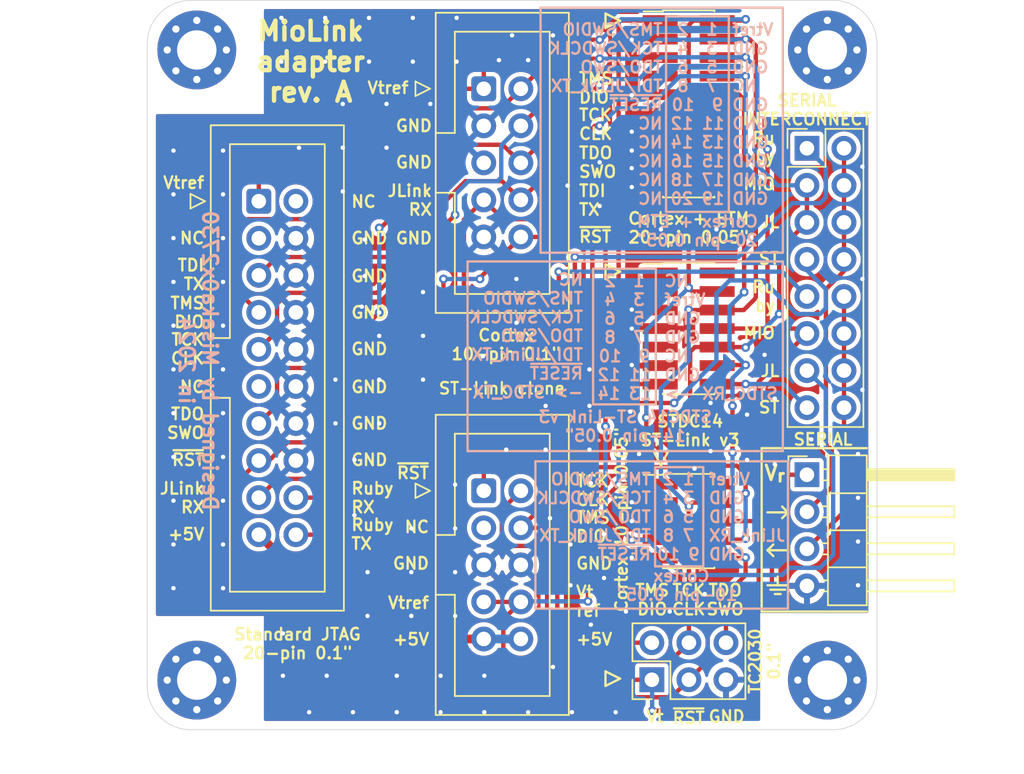
<source format=kicad_pcb>
(kicad_pcb (version 20240108) (generator "pcbnew") (generator_version "8.0")
  (layers (0 "F.Cu" signal) (31 "B.Cu" signal) (34 "B.Paste" user) (35 "F.Paste" user) (36 "B.SilkS" user "B.Silkscreen") (37 "F.SilkS" user "F.Silkscreen") (38 "B.Mask" user) (39 "F.Mask" user) (44 "Edge.Cuts" user))
  (net 0 "")
  (net 1 "GND")
  (net 2 "/TMS{slash}SWDIO")
  (net 3 "/TDO{slash}SWO")
  (net 4 "/~{RESET}")
  (net 5 "/TCK{slash}SWDCLK")
  (net 6 "/TDI{slash}JLink_TX")
  (net 7 "/V_{tref}")
  (net 8 "+5V")
  (net 10 "/RubyLink_RX")
  (net 13 "/RubyLink_TX")
  (net 15 "/JLink_RX")
  (net 23 "/STDC_RX")
  (net 25 "/STDC_TX")
  (net 27 "/SERIAL_RX")
  (net 28 "/SERIAL_TX")
  (footprint "MountingHole:MountingHole_2.7mm_M2.5_Pad_Via" (layer "F.Cu") (at 155.2 101.6)
    (property "Reference" "REF2" (hide yes))
    (property "Value" "MountingHole_2.7mm_M2.5_Pad_Via")
  )
  (footprint "Connector_PinHeader_2.54mm:PinHeader_2x03_P2.54mm_Vertical" (layer "F.Cu") (at 143.175 144.775 90)
    (property "Reference" "J4" (hide yes))
    (property "Value" "TC2030-IDC-NL")
  )
  (footprint "Connector_PinHeader_1.27mm:PinHeader_2x05_P1.27mm_Vertical_SMD" (layer "F.Cu") (at 145.7 133.9)
    (property "Reference" "J2" (hide yes))
    (property "Value" "10-pin Cortex Debug 0.05\"" (hide yes))
  )
  (footprint "MountingHole:MountingHole_2.7mm_M2.5_Pad_Via" (layer "F.Cu") (at 112 101.6)
    (property "Reference" "REF1" (hide yes))
    (property "Value" "MountingHole_2.7mm_M2.5_Pad_Via")
  )
  (footprint "Connector_PinHeader_2.54mm:PinHeader_2x08_P2.54mm_Vertical" (layer "F.Cu") (at 153.8 108.34)
    (property "Reference" "J8" (hide yes))
    (property "Value" "Serial Interconnection")
  )
  (footprint "Connector_IDC:IDC-Header_2x05_P2.54mm_Vertical" (layer "F.Cu") (at 131.66 131.82)
    (property "Reference" "J3" (hide yes))
    (property "Value" "ST-Link clone")
  )
  (footprint "Connector_IDC:IDC-Header_2x05_P2.54mm_Vertical" (layer "F.Cu") (at 131.66 104.26)
    (property "Reference" "J1" (hide yes))
    (property "Value" "10-pin Cortex Debug 0.1\"" (hide yes))
  )
  (footprint "Connector_IDC:IDC-Header_2x10_P2.54mm_Vertical" (layer "F.Cu") (at 116.2475 111.97)
    (property "Reference" "J5" (hide yes))
    (property "Value" "Standard JTAG" (hide yes))
  )
  (footprint "MountingHole:MountingHole_2.7mm_M2.5_Pad_Via" (layer "F.Cu") (at 112 144.8)
    (property "Reference" "REF3" (hide yes))
    (property "Value" "MountingHole_2.7mm_M2.5_Pad_Via")
  )
  (footprint "Connector_PinHeader_2.54mm:PinHeader_1x04_P2.54mm_Horizontal" (layer "F.Cu") (at 153.8 130.72)
    (property "Reference" "J9" (hide yes))
    (property "Value" "Target Serial")
  )
  (footprint "MountingHole:MountingHole_2.7mm_M2.5_Pad_Via" (layer "F.Cu") (at 155.2 144.8)
    (property "Reference" "REF4" (hide yes))
    (property "Value" "MountingHole_2.7mm_M2.5_Pad_Via")
  )
  (footprint "Connector_PinHeader_1.27mm:PinHeader_2x07_P1.27mm_Vertical_SMD" (layer "F.Cu") (at 145.7 120.7)
    (property "Reference" "J7" (hide yes))
    (property "Value" "ST-Link v3 STDC14")
  )
  (footprint "Connector_PinHeader_1.27mm:PinHeader_2x10_P1.27mm_Vertical_SMD" (layer "F.Cu") (at 145.7 105.3)
    (property "Reference" "J6" (hide yes))
    (property "Value" "20-pin Cortex Debug + ETM")
  )
  (gr_line (start 130.55 129.1) (end 130.55 116.1) (stroke (width 0.16)) (layer "B.SilkS"))
  (gr_line (start 152.5 129.8) (end 152.5 139.9) (stroke (width 0.16)) (layer "B.SilkS"))
  (gr_line (start 143.4 137) (end 146.7 137) (stroke (width 0.16)) (layer "B.SilkS"))
  (gr_line (start 152.15 116.1) (end 152.15 129.1) (stroke (width 0.16)) (layer "B.SilkS"))
  (gr_line (start 148.45 112.7) (end 148.45 99.3) (stroke (width 0.16)) (layer "B.SilkS"))
  (gr_line (start 139.15 116.6) (end 139.15 125.9) (stroke (width 0.16)) (layer "B.SilkS"))
  (gr_line (start 148.45 99.3) (end 144.15 99.3) (stroke (width 0.16)) (layer "B.SilkS"))
  (gr_line (start 130.55 116.1) (end 152.15 116.1) (stroke (width 0.16)) (layer "B.SilkS"))
  (gr_line (start 146.7 130.2) (end 143.4 130.2) (stroke (width 0.16)) (layer "B.SilkS"))
  (gr_line (start 143.4 130.2) (end 143.4 137) (stroke (width 0.16)) (layer "B.SilkS"))
  (gr_line (start 152.15 98.7) (end 152.15 115.5) (stroke (width 0.16)) (layer "B.SilkS"))
  (gr_line (start 143.45 125.9) (end 143.45 116.6) (stroke (width 0.16)) (layer "B.SilkS"))
  (gr_line (start 135.55 115.5) (end 135.55 98.7) (stroke (width 0.16)) (layer "B.SilkS"))
  (gr_line (start 146.7 137) (end 146.7 130.2) (stroke (width 0.16)) (layer "B.SilkS"))
  (gr_line (start 144.15 99.3) (end 144.15 112.7) (stroke (width 0.16)) (layer "B.SilkS"))
  (gr_line (start 144.15 112.7) (end 148.45 112.7) (stroke (width 0.16)) (layer "B.SilkS"))
  (gr_line (start 135.2 139.9) (end 135.2 129.8) (stroke (width 0.16)) (layer "B.SilkS"))
  (gr_line (start 152.5 139.9) (end 135.2 139.9) (stroke (width 0.16)) (layer "B.SilkS"))
  (gr_line (start 139.15 125.9) (end 143.45 125.9) (stroke (width 0.16)) (layer "B.SilkS"))
  (gr_line (start 143.45 116.6) (end 139.15 116.6) (stroke (width 0.16)) (layer "B.SilkS"))
  (gr_line (start 135.55 98.7) (end 152.15 98.7) (stroke (width 0.16)) (layer "B.SilkS"))
  (gr_line (start 135.2 129.8) (end 152.5 129.8) (stroke (width 0.16)) (layer "B.SilkS"))
  (gr_line (start 135.55 115.5) (end 152.15 115.5) (stroke (width 0.16)) (layer "B.SilkS"))
  (gr_line (start 152.15 129.1) (end 130.55 129.1) (stroke (width 0.16)) (layer "B.SilkS"))
  (gr_line (start 151.6 138.9) (end 152 138.9) (stroke (width 0.16)) (layer "F.SilkS"))
  (gr_line (start 151.3 138.6) (end 152.3 138.6) (stroke (width 0.16)) (layer "F.SilkS"))
  (gr_line (start 152.5 133.3) (end 152.1 132.9) (stroke (width 0.16)) (layer "F.SilkS"))
  (gr_line (start 140 116.3) (end 141 116.8) (stroke (width 0.16)) (layer "F.SilkS"))
  (gr_line (start 150.7 140.1) (end 157.9 140.1) (stroke (width 0.16)) (layer "F.SilkS"))
  (gr_line (start 151.1 138.3) (end 152.5 138.3) (stroke (width 0.16)) (layer "F.SilkS"))
  (gr_line (start 143.3 129.1) (end 143.8 130.1) (stroke (width 0.16)) (layer "F.SilkS"))
  (gr_line (start 151.1 135.9) (end 151.5 135.5) (stroke (width 0.16)) (layer "F.SilkS"))
  (gr_line (start 144.3 129.1) (end 143.8 130.1) (stroke (width 0.16)) (layer "F.SilkS"))
  (gr_line (start 140 145.2) (end 140 144.2) (stroke (width 0.16)) (layer "F.SilkS"))
  (gr_line (start 140 145.2) (end 141 144.7) (stroke (width 0.16)) (layer "F.SilkS"))
  (gr_line (start 151.1 133.3) (end 152.5 133.3) (stroke (width 0.16)) (layer "F.SilkS"))
  (gr_line (start 151.1 135.9) (end 151.5 136.3) (stroke (width 0.16)) (layer "F.SilkS"))
  (gr_line (start 143.3 129.1) (end 144.3 129.1) (stroke (width 0.16)) (layer "F.SilkS"))
  (gr_line (start 140 99.1) (end 141 99.6) (stroke (width 0.16)) (layer "F.SilkS"))
  (gr_line (start 140 117.3) (end 141 116.8) (stroke (width 0.16)) (layer "F.SilkS"))
  (gr_line (start 150.7 128.9) (end 150.7 140.1) (stroke (width 0.16)) (layer "F.SilkS"))
  (gr_line (start 151.8 137.7) (end 151.8 138.3) (stroke (width 0.16)) (layer "F.SilkS"))
  (gr_line (start 140 144.2) (end 141 144.7) (stroke (width 0.16)) (layer "F.SilkS"))
  (gr_line (start 140 100.1) (end 140 99.1) (stroke (width 0.16)) (layer "F.SilkS"))
  (gr_line (start 150.7 128.9) (end 157.9 128.9) (stroke (width 0.16)) (layer "F.SilkS"))
  (gr_line (start 152.5 133.3) (end 152.1 133.7) (stroke (width 0.16)) (layer "F.SilkS"))
  (gr_line (start 140 100.1) (end 141 99.6) (stroke (width 0.16)) (layer "F.SilkS"))
  (gr_line (start 152.5 135.9) (end 151.1 135.9) (stroke (width 0.16)) (layer "F.SilkS"))
  (gr_line (start 140 117.3) (end 140 116.3) (stroke (width 0.16)) (layer "F.SilkS"))
  (gr_arc (start 108.6 101.2) (mid 109.47868 99.07868) (end 111.6 98.2) (stroke (width 0.05)) (layer "Edge.Cuts"))
  (gr_line (start 111.6 98.2) (end 155.6 98.2) (stroke (width 0.05)) (layer "Edge.Cuts"))
  (gr_arc (start 111.6 148.2) (mid 109.47868 147.32132) (end 108.6 145.2) (stroke (width 0.05)) (layer "Edge.Cuts"))
  (gr_line (start 108.6 145.2) (end 108.6 101.2) (stroke (width 0.05)) (layer "Edge.Cuts"))
  (gr_line (start 155.6 148.2) (end 111.6 148.2) (stroke (width 0.05)) (layer "Edge.Cuts"))
  (gr_line (start 158.6 101.2) (end 158.6 145.2) (stroke (width 0.05)) (layer "Edge.Cuts"))
  (gr_arc (start 155.6 98.2) (mid 157.72132 99.07868) (end 158.6 101.2) (stroke (width 0.05)) (layer "Edge.Cuts"))
  (gr_arc (start 158.6 145.2) (mid 157.72132 147.32132) (end 155.6 148.2) (stroke (width 0.05)) (layer "Edge.Cuts"))
  (gr_text "NC\nVtref\nGND\nGND\nNC\nGND\nSTDC_RX ->" (at 143.95 121.3 0) (layer "B.SilkS") (effects (font (size 0.8 0.8) (thickness 0.16)) (justify right mirror)))
  (gr_text "Cortex \n10-pin 0.05{dblquote}" (at 144.9 138.3 0) (layer "B.SilkS") (effects (font (size 0.8 0.8) (thickness 0.16)) (justify mirror)))
  (gr_text "Designed by Misaka0x2730\nin 2024" (at 112.1 122.9 -90) (layer "B.SilkS") (effects (font (size 1 1) (thickness 0.2)) (justify mirror)))
  (gr_text "1  2\n3  4\n5  6\n7  8\n9  10\n11 12\n13 14" (at 141.3 121.3 0) (layer "B.SilkS") (effects (font (size 0.8 0.8) (thickness 0.16)) (justify mirror)))
  (gr_text "1  2\n3  4\n5  6\n7  8\n9  10\n11 12\n13 14\n15 16\n17 18\n19 20" (at 146.3 106 0) (layer "B.SilkS") (effects (font (size 0.8 0.8) (thickness 0.16)) (justify mirror)))
  (gr_text "Vtref\nGND\nGND\nJLink_RX\nGND" (at 147 133.6 0) (layer "B.SilkS") (effects (font (size 0.8 0.8) (thickness 0.16)) (justify right mirror)))
  (gr_text "TMS/SWDIO\nTCK/SWDCLK\nTDO/SWO\nTDI/JLink_TX\n~{RESET}" (at 143.2 133.6 0) (layer "B.SilkS") (effects (font (size 0.8 0.8) (thickness 0.16)) (justify left mirror)))
  (gr_text "STDC14 ST-Link v3\n14-pin 0.05{dblquote}" (at 141.35 127.4 0) (layer "B.SilkS") (effects (font (size 0.8 0.8) (thickness 0.16)) (justify mirror)))
  (gr_text "NC\nTMS/SWDIO\nTCK/SWDCLK\nTDO/SWO\nTDI/JLink_TX\n~{RESET}\n-> STDC_TX" (at 138.55 121.2 0) (layer "B.SilkS") (effects (font (size 0.8 0.8) (thickness 0.16)) (justify left mirror)))
  (gr_text "Cortex + ETM\n20-pin 0.05{dblquote}" (at 146.3 114 0) (layer "B.SilkS") (effects (font (size 0.8 0.8) (thickness 0.16)) (justify mirror)))
  (gr_text "Vtref\nGND\nGND\nNC\nGND\nGND\nGND\nGND\nGND\nGND" (at 148.6 106 0) (layer "B.SilkS") (effects (font (size 0.8 0.8) (thickness 0.16)) (justify right mirror)))
  (gr_text "TMS/SWDIO\nTCK/SWDCLK\nTDO/SWO\nTDI/JLink_TX\n~{RESET}\nNC\nNC\nNC\nNC\nNC" (at 144 106 0) (layer "B.SilkS") (effects (font (size 0.8 0.8) (thickness 0.16)) (justify left mirror)))
  (gr_text "1 2\n3 4\n5 6\n7 8\n9 10" (at 145 133.6 0) (layer "B.SilkS") (effects (font (size 0.8 0.8) (thickness 0.16)) (justify mirror)))
  (gr_text "STDC14\nST-Link v3" (at 145.8 127.7 0) (layer "F.SilkS") (effects (font (size 0.8 0.8) (thickness 0.16))))
  (gr_text "TC2030\n0.1{dblquote}" (at 150.9 143.5 90) (layer "F.SilkS") (effects (font (size 0.8 0.8) (thickness 0.16))))
  (gr_text "GND" (at 122.5 114.5 0) (layer "F.SilkS") (effects (font (size 0.8 0.8) (thickness 0.16) (bold yes)) (justify left)))
  (gr_text "MIO" (at 151.7 121 0) (layer "F.SilkS") (effects (font (size 0.8 0.8) (thickness 0.16) (bold yes)) (justify right)))
  (gr_text "MioLink\nadapter\nrev. A" (at 119.8 102.4 0) (layer "F.SilkS") (effects (font (size 1.3 1.3) (thickness 0.3) (bold yes))))
  (gr_text "MIO" (at 151.7 110.8 0) (layer "F.SilkS") (effects (font (size 0.8 0.8) (thickness 0.16) (bold yes)) (justify right)))
  (gr_text "GND" (at 122.5 122.1 0) (layer "F.SilkS") (effects (font (size 0.8 0.8) (thickness 0.16) (bold yes)) (justify left)))
  (gr_text "Vtref" (at 128 139.5 0) (layer "F.SilkS") (effects (font (size 0.8 0.8) (thickness 0.16) (bold yes)) (justify right)))
  (gr_text "TCK\nCLK" (at 145.7 140.4 0) (layer "F.SilkS") (effects (font (size 0.8 0.8) (thickness 0.16) (bold yes)) (justify bottom)))
  (gr_text "GND" (at 122.5 127.2 0) (layer "F.SilkS") (effects (font (size 0.8 0.8) (thickness 0.16) (bold yes)) (justify left)))
  (gr_text "Vt" (at 143.4 147.3 0) (layer "F.SilkS") (effects (font (size 0.8 0.8) (thickness 0.16) (bold yes))))
  (gr_text "GND" (at 148.3 147.3 0) (layer "F.SilkS") (effects (font (size 0.8 0.8) (thickness 0.16) (bold yes))))
  (gr_text "ST" (at 152 115.9 0) (layer "F.SilkS") (effects (font (size 0.8 0.8) (thickness 0.16) (bold yes)) (justify right)))
  (gr_text "NC" (at 128 134.3 0) (layer "F.SilkS") (effects (font (size 0.8 0.8) (thickness 0.16) (bold yes)) (justify right)))
  (gr_text "GND" (at 122.5 129.7 0) (layer "F.SilkS") (effects (font (size 0.8 0.8) (thickness 0.16) (bold yes)) (justify left)))
  (gr_text "TMS\nDIO" (at 143.2 140.4 0) (layer "F.SilkS") (effects (font (size 0.8 0.8) (thickness 0.16) (bold yes)) (justify bottom)))
  (gr_text "Ru\nby" (at 151.7 108.3 0) (layer "F.SilkS") (effects (font (size 0.8 0.8) (thickness 0.16) (bold yes)) (justify right)))
  (gr_text "SERIAL" (at 154.9 128.3 0) (layer "F.SilkS") (effects (font (size 0.8 0.8) (thickness 0.16))))
  (gr_text "TMS\nDIO" (at 112.6 119.6 0) (layer "F.SilkS") (effects (font (size 0.8 0.8) (thickness 0.16) (bold yes)) (justify right)))
  (gr_text "Vtref" (at 112.6 110.7 0) (layer "F.SilkS") (effects (font (size 0.8 0.8) (thickness 0.16) (bold yes)) (justify right)))
  (gr_text "GND" (at 128.2 114.5 0) (layer "F.SilkS") (effects (font (size 0.8 0.8) (thickness 0.16) (bold yes)) (justify right)))
  (gr_text "Ruby\nTX" (at 122.5 134.8 0) (layer "F.SilkS") (effects (font (size 0.8 0.8) (thickness 0.16) (bold yes)) (justify left)))
  (gr_text "NC" (at 112.6 124.7 0) (layer "F.SilkS") (effects (font (size 0.8 0.8) (thickness 0.16) (bold yes)) (justify right)))
  (gr_text "V_{r}" (at 152.4 130.6 0) (layer "F.SilkS") (effects (font (size 1 1) (thickness 0.2)) (justify right)))
  (gr_text "~{RST}" (at 112.6 129.7 0) (layer "F.SilkS") (effects (font (size 0.8 0.8) (thickness 0.16) (bold yes)) (justify right)))
  (gr_text "TCK\nCLK" (at 138.1 106.7 0) (layer "F.SilkS") (effects (font (size 0.8 0.8) (thickness 0.16) (bold yes)) (justify left)))
  (gr_text "GND" (at 122.5 124.7 0) (layer "F.SilkS") (effects (font (size 0.8 0.8) (thickness 0.16) (bold yes)) (justify left)))
  (gr_text "Standard JTAG\n20-pin 0.1{dblquote}" (at 118.9 142.3 0) (layer "F.SilkS") (effects (font (size 0.8 0.8) (thickness 0.16))))
  (gr_text "JL" (at 152 123.6 0) (layer "F.SilkS") (effects (font (size 0.8 0.8) (thickness 0.16) (bold yes)) (justify right)))
  (gr_text "Vt\nref" (at 137.9 139.4 0) (layer "F.SilkS") (effects (font (size 0.8 0.8) (thickness 0.16) (bold yes)) (justify left)))
  (gr_text "Vtref" (at 126.6 104.2 0) (layer "F.SilkS") (effects (font (size 0.8 0.8) (thickness 0.16) (bold yes)) (justify right)))
  (gr_text "GND" (at 128.2 106.8 0) (layer "F.SilkS") (effects (font (size 0.8 0.8) (thickness 0.16) (bold yes)) (justify right)))
  (gr_text "~{RST}" (at 138.1 114.4 0) (layer "F.SilkS") (effects (font (size 0.8 0.8) (thickness 0.16) (bold yes)) (justify left)))
  (gr_text "TDO\nSWO" (at 138.1 109.3 0) (layer "F.SilkS") (effects (font (size 0.8 0.8) (thickness 0.16) (bold yes)) (justify left)))
  (gr_text "GND" (at 122.5 117.1 0) (layer "F.SilkS") (effects (font (size 0.8 0.8) (thickness 0.16) (bold yes)) (justify left)))
  (gr_text "GND" (at 137.9 136.8 0) (layer "F.SilkS") (effects (font (size 0.8 0.8) (thickness 0.16) (bold yes)) (justify left)))
  (gr_text "Ru\nby" (at 151.7 118.5 0) (layer "F.SilkS") (effects (font (size 0.8 0.8) (thickness 0.16) (bold yes)) (justify right)))
  (gr_text "~{RST}" (at 145.7 147.4 0) (layer "F.SilkS") (effects (font (size 0.8 0.8) (thickness 0.16) (bold yes))))
  (gr_text "NC" (at 122.5 112 0) (layer "F.SilkS") (effects (font (size 0.8 0.8) (thickness 0.16) (bold yes)) (justify left)))
  (gr_text "TDO\nSWO" (at 112.6 127.2 0) (layer "F.SilkS") (effects (font (size 0.8 0.8) (thickness 0.16) (bold yes)) (justify right)))
  (gr_text "+5V" (at 112.6 134.8 0) (layer "F.SilkS") (effects (font (size 0.8 0.8) (thickness 0.16) (bold yes)) (justify right)))
  (gr_text "Cortex + ETM\n20-pin 0.05{dblquote}" (at 145.7 113.8 0) (layer "F.SilkS") (effects (font (size 0.8 0.8) (thickness 0.16))))
  (gr_text "GND" (at 128.2 109.3 0) (layer "F.SilkS") (effects (font (size 0.8 0.8) (thickness 0.16) (bold yes)) (justify right)))
  (gr_text "JLink\nRX" (at 112.6 132.3 0) (layer "F.SilkS") (effects (font (size 0.8 0.8) (thickness 0.16) (bold yes)) (justify right)))
  (gr_text "TCK\nCLK" (at 137.9 131.8 0) (layer "F.SilkS") (effects (font (size 0.8 0.8) (thickness 0.16) (bold yes)) (justify left)))
  (gr_text "ST" (at 152 126.1 0) (layer "F.SilkS") (effects (font (size 0.8 0.8) (thickness 0.16) (bold yes)) (justify right)))
  (gr_text "+5V" (at 128 142 0) (layer "F.SilkS") (effects (font (size 0.8 0.8) (thickness 0.16) (bold yes)) (justify right)))
  (gr_text "JLink\nRX" (at 128.2 111.9 0) (layer "F.SilkS") (effects (font (size 0.8 0.8) (thickness 0.16) (bold yes)) (justify right)))
  (gr_text "TDO\nSWO" (at 148.2 140.4 0) (layer "F.SilkS") (effects (font (size 0.8 0.8) (thickness 0.16) (bold yes)) (justify bottom)))
  (gr_text "TDI\nTX" (at 112.6 117 0) (layer "F.SilkS") (effects (font (size 0.8 0.8) (thickness 0.16) (bold yes)) (justify right)))
  (gr_text "Ruby\nRX" (at 122.5 132.3 0) (layer "F.SilkS") (effects (font (size 0.8 0.8) (thickness 0.16) (bold yes)) (justify left)))
  (gr_text "Cortex\n10-pin 0.1{dblquote}" (at 133.2 121.8 0) (layer "F.SilkS") (effects (font (size 0.8 0.8) (thickness 0.16))))
  (gr_text "TDI\nTX" (at 138.1 111.9 0) (layer "F.SilkS") (effects (font (size 0.8 0.8) (thickness 0.16) (bold yes)) (justify left)))
  (gr_text "GND" (at 128 136.8 0) (layer "F.SilkS") (effects (font (size 0.8 0.8) (thickness 0.16) (bold yes)) (justify right)))
  (gr_text "Cortex 10-pin 0.05{dblquote}" (at 141.1 133.8 90) (layer "F.SilkS") (effects (font (size 0.8 0.8) (thickness 0.16))))
  (gr_text "SERIAL\nINTERCONNECT" (at 153.8 105.7 0) (layer "F.SilkS") (effects (font (size 0.8 0.8) (thickness 0.16))))
  (gr_text "~{RST}" (at 128 130.6 0) (layer "F.SilkS") (effects (font (size 0.8 0.8) (thickness 0.16) (bold yes)) (justify right)))
  (gr_text "+5V" (at 137.9 142 0) (layer "F.SilkS") (effects (font (size 0.8 0.8) (thickness 0.16) (bold yes)) (justify left)))
  (gr_text "GND" (at 122.5 119.6 0) (layer "F.SilkS") (effects (font (size 0.8 0.8) (thickness 0.16) (bold yes)) (justify left)))
  (gr_text "JL" (at 152 113.4 0) (layer "F.SilkS") (effects (font (size 0.8 0.8) (thickness 0.16) (bold yes)) (justify right)))
  (gr_text "TMS\nDIO" (at 138.1 104.2 0) (layer "F.SilkS") (effects (font (size 0.8 0.8) (thickness 0.16) (bold yes)) (justify left)))
  (gr_text "NC" (at 112.6 114.5 0) (layer "F.SilkS") (effects (font (size 0.8 0.8) (thickness 0.16) (bold yes)) (justify right)))
  (gr_text "TCK\nCLK" (at 112.6 122.1 0) (layer "F.SilkS") (effects (font (size 0.8 0.8) (thickness 0.16) (bold yes)) (justify right)))
  (gr_text "TMS\nDIO" (at 137.9 134.3 0) (layer "F.SilkS") (effects (font (size 0.8 0.8) (thickness 0.16) (bold yes)) (justify left)))
  (segment (start 141.835 104.665) (end 141.8 104.7) (width 0.3) (layer "F.Cu") (net 1))
  (segment (start 141.83 132.63) (end 141.8 132.6) (width 0.3) (layer "F.Cu") (net 1))
  (segment (start 141.84 136.44) (end 141.8 136.4) (width 0.3) (layer "F.Cu") (net 1))
  (segment (start 141.845 100.855) (end 141.8 100.9) (width 0.3) (layer "F.Cu") (net 1))
  (segment (start 141.83 119.43) (end 141.8 119.4) (width 0.3) (layer "F.Cu") (net 1))
  (via (at 139.9 134.8) (size 0.6) (drill 0.3) (layers "F.Cu" "B.Cu") (net 1))
  (via (at 141.8 104.7) (size 0.6) (drill 0.3) (layers "F.Cu" "B.Cu") (net 1))
  (via (at 129.8 99.4) (size 0.6) (drill 0.3) (layers "F.Cu" "B.Cu") (net 1))
  (via (at 123.5 117.1) (size 0.6) (drill 0.3) (layers "F.Cu" "B.Cu") (net 1))
  (via (at 126.8 102.4) (size 0.6) (drill 0.3) (layers "F.Cu" "B.Cu") (net 1))
  (via (at 133.9 117.3) (size 0.6) (drill 0.3) (layers "F.Cu" "B.Cu") (net 1))
  (via (at 157.3 135.3) (size 0.6) (drill 0.3) (layers "F.Cu" "B.Cu") (net 1))
  (via (at 119.7 147) (size 0.6) (drill 0.3) (layers "F.Cu" "B.Cu") (net 1))
  (via (at 146.1 130.3) (size 0.6) (drill 0.3) (layers "F.Cu" "B.Cu") (net 1))
  (via (at 143.8 113.9) (size 0.6) (drill 0.3) (layers "F.Cu" "B.Cu") (net 1))
  (via (at 129.7 137.4) (size 0.6) (drill 0.3) (layers "F.Cu" "B.Cu") (net 1))
  (via (at 136.4 143.9) (size 0.6) (drill 0.3) (layers "F.Cu" "B.Cu") (net 1))
  (via (at 127.5 124.2) (size 0.6) (drill 0.3) (layers "F.Cu" "B.Cu") (net 1))
  (via (at 141.4 140.1) (size 0.6) (drill 0.3) (layers "F.Cu" "B.Cu") (net 1))
  (via (at 157.3 138.3) (size 0.6) (drill 0.3) (layers "F.Cu" "B.Cu") (net 1))
  (via (at 154.1 128.3) (size 0.6) (drill 0.3) (layers "F.Cu" "B.Cu") (net 1))
  (via (at 126.7 140.4) (size 0.6) (drill 0.3) (layers "F.Cu" "B.Cu") (net 1))
  (via (at 110.4 114.5) (size 0.6) (drill 0.3) (layers "F.Cu" "B.Cu") (net 1))
  (via (at 126.8 99.4) (size 0.6) (drill 0.3) (layers "F.Cu" "B.Cu") (net 1))
  (via (at 149.7 126.6) (size 0.6) (drill 0.3) (layers "F.Cu" "B.Cu") (net 1))
  (via (at 139.9 137.8) (size 0.6) (drill 0.3) (layers "F.Cu" "B.Cu") (net 1))
  (via (at 142.3 129.3) (size 0.6) (drill 0.3) (layers "F.Cu" "B.Cu") (net 1))
  (via (at 141.8 136.4) (size 0.6) (drill 0.3) (layers "F.Cu" "B.Cu") (net 1))
  (via (at 136.4 100.6) (size 0.6) (drill 0.3) (layers "F.Cu" "B.Cu") (net 1))
  (via (at 113.8 111.5) (size 0.6) (drill 0.3) (layers "F.Cu" "B.Cu") (net 1))
  (via (at 124.5 124.2) (size 0.6) (drill 0.3) (layers "F.Cu" "B.Cu") (net 1))
  (via (at 129.8 102.4) (size 0.6) (drill 0.3) (layers "F.Cu" "B.Cu") (net 1))
  (via (at 110.4 132.5) (size 0.6) (drill 0.3) (layers "F.Cu" "B.Cu") (net 1))
  (via (at 125.7 147) (size 0.6) (drill 0.3) (layers "F.Cu" "B.Cu") (net 1))
  (via (at 146.8 138.9) (size 0.6) (drill 0.3) (layers "F.Cu" "B.Cu") (net 1))
  (via (at 113.8 123.5) (size 0.6) (drill 0.3) (layers "F.Cu" "B.Cu") (net 1))
  (via (at 137.7 147) (size 0.6) (drill 0.3) (layers "F.Cu" "B.Cu") (net 1))
  (via (at 141.8 107.2) (size 0.6) (drill 0.3) (layers "F.Cu" "B.Cu") (net 1))
  (via (at 131.6 122.6) (size 0.6) (drill 0.3) (layers "F.Cu" "B.Cu") (net 1))
  (via (at 135.9 129) (size 0.6) (drill 0.3) (layers "F.Cu" "B.Cu") (net 1))
  (via (at 138.9 123.5) (size 0.6) (drill 0.3) (layers "F.Cu" "B.Cu") (net 1))
  (via (at 157.6 124.9) (size 0.6) (drill 0.3) (layers "F.Cu" "B.Cu") (net 1))
  (via (at 117.8 102.4) (size 0.6) (drill 0.3) (layers "F.Cu" "B.Cu") (net 1))
  (via (at 147.2 129.1) (size 0.6) (drill 0.3) (layers "F.Cu" "B.Cu") (net 1))
  (via (at 138.9 129) (size 0.6) (drill 0.3) (layers "F.Cu" "B.Cu") (net 1))
  (via (at 122.8 133.5) (size 0.6) (drill 0.3) (layers "F.Cu" "B.Cu") (net 1))
  (via (at 113.8 120.5) (size 0.6) (drill 0.3) (layers "F.Cu" "B.Cu") (net 1))
  (via (at 123.8 102.4) (size 0.6) (drill 0.3) (layers "F.Cu" "B.Cu") (net 1))
  (via (at 124.5 121.2) (size 0.6) (drill 0.3) (layers "F.Cu" "B.Cu") (net 1))
  (via (at 113.8 132.5) (size 0.6) (drill 0.3) (layers "F.Cu" "B.Cu") (net 1))
  (via (at 139 141) (size 0.6) (drill 0.3) (layers "F.Cu" "B.Cu") (net 1))
  (via (at 110.4 135.5) (size 0.6) (drill 0.3) (layers "F.Cu" "B.Cu") (net 1))
  (via (at 121.5 127.2) (size 0.6) (drill 0.3) (layers "F.Cu" "B.Cu") (net 1))
  (via (at 141.8 132.6) (size 0.6) (drill 0.3) (layers "F.Cu" "B.Cu") (net 1))
  (via (at 123.7 140.4) (size 0.6) (drill 0.3) (layers "F.Cu" "B.Cu") (net 1))
  (via (at 141.7 126.4) (size 0.6) (drill 0.3) (layers "F.Cu" "B.Cu") (net 1))
  (via (at 141.8 123.2) (size 0.6) (drill 0.3) (layers "F.Cu" "B.Cu") (net 1))
  (via (at 129.7 131.4) (size 0.6) (drill 0.3) (layers "F.Cu" "B.Cu") (net 1))
  (via (at 139.6 112.3) (size 0.6) (drill 0.3) (layers "F.Cu" "B.Cu") (net 1))
  (via (at 147.6 113.9) (size 0.6) (drill 0.3) (layers "F.Cu" "B.Cu") (net 1))
  (via (at 133.9 120.3) (size 0.6) (drill 0.3) (layers "F.Cu" "B.Cu") (net 1))
  (via (at 140.7 147) (size 0.6) (drill 0.3) (layers "F.Cu" "B.Cu") (net 1))
  (via (at 123.7 137.4) (size 0.6) (drill 0.3) (layers "F.Cu" "B.Cu") (net 1))
  (via (at 141.8 100.9) (size 0.6) (drill 0.3) (layers "F.Cu" "B.Cu") (net 1))
  (via (at 113.8 117.5) (size 0.6) (drill 0.3) (layers "F.Cu" "B.Cu") (net 1))
  (via (at 113.8 129.5) (size 0.6) (drill 0.3) (layers "F.Cu" "B.Cu") (net 1))
  (via (at 157.3 132.3) (size 0.6) (drill 0.3) (layers "F.Cu" "B.Cu") (net 1))
  (via (at 133.2 129) (size 0.6) (drill 0.3) (layers "F.Cu" "B.Cu") (net 1))
  (via (at 113.8 135.5) (size 0.6) (drill 0.3) (layers "F.Cu" "B.Cu") (net 1))
  (via (at 136.2 133.7) (size 0.6) (drill 0.3) (layers "F.Cu" "B.Cu") (net 1))
  (via (at 141.8 108.5) (size 0.6) (drill 0.3) (layers "F.Cu" "B.Cu") (net 1))
  (via (at 131.7 147) (size 0.6) (drill 0.3) (layers "F.Cu" "B.Cu") (net 1))
  (via (at 117.9 141.6) (size 0.6) (drill 0.3) (layers "F.Cu" "B.Cu") (net 1))
  (via (at 113.8 138.5) (size 0.6) (drill 0.3) (layers "F.Cu" "B.Cu") (net 1))
  (via (at 110.4 111.5) (size 0.6) (drill 0.3) (layers "F.Cu" "B.Cu") (net 1))
  (via (at 157.3 129.3) (size 0.6) (drill 0.3) (layers "F.Cu" "B.Cu") (net 1))
  (via (at 126.7 134.4) (size 0.6) (drill 0.3) (layers "F.Cu" "B.Cu") (net 1))
  (via (at 125 108.3) (size 0.6) (drill 0.3) (layers "F.Cu" "B.Cu") (net 1))
  (via (at 113.8 108.5) (size 0.6) (drill 0.3) (layers "F.Cu" "B.Cu") (net 1))
  (via (at 110.4 117.5) (size 0.6) (drill 0.3) (layers "F.Cu" "B.Cu") (net 1))
  (via (at 141.8 111) (size 0.6) (drill 0.3) (layers "F.Cu" "B.Cu") (net 1))
  (via (at 135.9 126) (size 0.6) (drill 0.3) (layers "F.Cu" "B.Cu") (net 1))
  (via (at 122 105.3) (size 0.6) (drill 0.3) (layers "F.Cu" "B.Cu") (net 1))
  (via (at 137.6 135.5) (size 0.6) (drill 0.3) (layers "F.Cu" "B.Cu") (net 1))
  (via (at 144.4 140.1) (size 0.6) (drill 0.3) (layers "F.Cu" "B.Cu") (net 1))
  (via (at 127.5 121.2) (size 0.6) (drill 0.3) (layers "F.Cu" "B.Cu") (net 1))
  (via (at 139 131.3) (size 0.6) (drill 0.3) (layers "F.Cu" "B.Cu") (net 1))
  (via (at 122 111.3) (size 0.6) (drill 0.3) (layers "F.Cu" "B.Cu") (net 1))
  (via (at 125.7 144.5) (size 0.6) (drill 0.3) (layers "F.Cu" "B.Cu") (net 1))
  (via (at 110.4 138.5) (size 0.6) (drill 0.3) (layers "F.Cu" "B.Cu") (net 1))
  (via (at 120.8 102.4) (size 0.6) (drill 0.3) (layers "F.Cu" "B.Cu") (net 1))
  (via (at 117.9 144.5) (size 0.6) (drill 0.3) (layers "F.Cu" "B.Cu") (net 1))
  (via (at 110.4 126.5) (size 0.6) (drill 0.3) (layers "F.Cu" "B.Cu") (net 1))
  (via (at 141.8 109.7) (size 0.6) (drill 0.3) (layers "F.Cu" "B.Cu") (net 1))
  (via (at 139.6 109.3) (size 0.6) (drill 0.3) (layers "F.Cu" "B.Cu") (net 1))
  (via (at 141.8 119.4) (size 0.6) (drill 0.3) (layers "F.Cu" "B.Cu") (net 1))
  (via (at 128 105.3) (size 0.6) (drill 0.3) (layers "F.Cu" "B.Cu") (net 1))
  (via (at 151.6 125.5) (size 0.6) (drill 0.3) (layers "F.Cu" "B.Cu") (net 1))
  (via (at 134.7 102.3) (size 0.6) (drill 0.3) (layers "F.Cu" "B.Cu") (net 1))
  (via (at 123.3 119.2) (size 0.6) (drill 0.3) (layers "F.Cu" "B.Cu") (net 1))
  (via (at 110.4 123.5) (size 0.6) (drill 0.3) (layers "F.Cu" "B.Cu") (net 1))
  (via (at 110.4 129.5) (size 0.6) (drill 0.3) (layers "F.Cu" "B.Cu") (net 1))
  (via (at 117.8 99.4) (size 0.6) (drill 0.3) (layers "F.Cu" "B.Cu") (net 1))
  (via (at 129.7 140.4) (size 0.6) (drill 0.3) (layers "F.Cu" "B.Cu") (net 1))
  (via (at 137.6 138.3) (size 0.6) (drill 0.3) (layers "F.Cu" "B.Cu") (net 1))
  (via (at 122.7 147) (size 0.6) (drill 0.3) (layers "F.Cu" "B.Cu") (net 1))
  (via (at 121.5 124.2) (size 0.6) (drill 0.3) (layers "F.Cu" "B.Cu") (net 1))
  (via (at 134.7 147) (size 0.6) (drill 0.3) (layers "F.Cu" "B.Cu") (net 1))
  (via (at 138.9 126) (size 0.6) (drill 0.3) (layers "F.Cu" "B.Cu") (net 1))
  (via (at 131.7 144.5) (size 0.6) (drill 0.3) (layers "F.Cu" "B.Cu") (net 1))
  (via (at 144.7 126.9) (size 0.6) (drill 0.3) (layers "F.Cu" "B.Cu") (net 1))
  (via (at 151.6 130) (size 0.6) (drill 0.3) (layers "F.Cu" "B.Cu") (net 1))
  (via (at 122.8 129.7) (size 0.6) (drill 0.3) (layers "F.Cu" "B.Cu") (net 1))
  (via (at 110.4 108.5) (size 0.6) (drill 0.3) (layers "F.Cu" "B.Cu") (net 1))
  (via (at 129.7 134.4) (size 0.6) (drill 0.3) (layers "F.Cu" "B.Cu") (net 1))
  (via (at 132.7 102.3) (size 0.6) (drill 0.3) (layers "F.Cu" "B.Cu") (net 1))
  (via (at 141.8 133.9) (size 0.6) (drill 0.3) (layers "F.Cu" "B.Cu") (net 1))
  (via (at 157.6 109.6) (size 0.6) (drill 0.3) (layers "F.Cu" "B.Cu") (net 1))
  (via (at 110.4 120.5) (size 0.6) (drill 0.3) (layers "F.Cu" "B.Cu") (net 1))
  (via (at 126.7 137.4) (size 0.6) (drill 0.3) (layers "F.Cu" "B.Cu") (net 1))
  (via (at 128.7 144.5) (size 0.6) (drill 0.3) (layers "F.Cu" "B.Cu") (net 1))
  (via (at 122 108.3) (size 0.6) (drill 0.3) (layers "F.Cu" "B.Cu") (net 1))
  (via (at 124.5 127.2) (size 0.6) (drill 0.3) (layers "F.Cu" "B.Cu") (net 1))
  (via (at 119 108.3) (size 0.6) (drill 0.3) (layers "F.Cu" "B.Cu") (net 1))
  (via (at 120.8 99.4) (size 0.6) (drill 0.3) (layers "F.Cu" "B.Cu") (net 1))
  (via (at 128.7 147) (size 0.6) (drill 0.3) (layers "F.Cu" "B.Cu") (net 1))
  (via (at 123.8 99.4) (size 0.6) (drill 0.3) (layers "F.Cu" "B.Cu") (net 1))
  (via (at 149.7 129.7) (size 0.6) (drill 0.3) (layers "F.Cu" "B.Cu") (net 1))
  (via (at 125 105.3) (size 0.6) (drill 0.3) (layers "F.Cu" "B.Cu") (net 1))
  (via (at 113.8 126.5) (size 0.6) (drill 0.3) (layers "F.Cu" "B.Cu") (net 1))
  (via (at 137.4 110.9) (size 0.6) (drill 0.3) (layers "F.Cu" "B.Cu") (net 1))
  (via (at 147.2 125.8) (size 0.6) (drill 0.3) (layers "F.Cu" "B.Cu") (net 1))
  (via (at 120.9 144.5) (size 0.6) (drill 0.3) (layers "F.Cu" "B.Cu") (net 1))
  (via (at 133.6 100.6) (size 0.6) (drill 0.3) (layers "F.Cu" "B.Cu") (net 1))
  (via (at 113.8 114.5) (size 0.6) (drill 0.3) (layers "F.Cu" "B.Cu") (net 1))
  (via (at 150.9 122.5) (size 0.6) (drill 0.3) (layers "F.Cu" "B.Cu") (net 1))
  (via (at 123.5 114.6) (size 0.6) (drill 0.3) (layers "F.Cu" "B.Cu") (net 1))
  (via (at 127.5 118.2) (size 0.6) (drill 0.3) (layers "F.Cu" "B.Cu") (net 1))
  (via (at 141.8 120.7) (size 0.6) (drill 0.3) (layers "F.Cu" "B.Cu") (net 1))
  (via (at 157.6 117.3) (size 0.6) (drill 0.3) (layers "F.Cu" "B.Cu") (net 1))
  (segment (start 138.835 142.235) (end 136.7 140.1) (width 0.3) (layer "F.Cu") (net 2))
  (segment (start 136.7 135.657919) (end 135.402081 134.36) (width 0.3) (layer "F.Cu") (net 2))
  (segment (start 122.8 113.2) (end 130.4 105.6) (width 0.3) (layer "F.Cu") (net 2))
  (segment (start 142.8 128.1) (end 145 130.3) (width 0.3) (layer "F.Cu") (net 2))
  (segment (start 145 130.3) (end 144.9 130.2) (width 0.3) (layer "F.Cu") (net 2))
  (segment (start 116.2475 119.59) (end 114.8 118.1425) (width 0.3) (layer "F.Cu") (net 2))
  (segment (start 146.06 131.36) (end 147.65 131.36) (width 0.3) (layer "F.Cu") (net 2))
  (segment (start 145.96 118.16) (end 145.7 117.9) (width 0.3) (layer "F.Cu") (net 2))
  (segment (start 145 130.3) (end 145.25 130.55) (width 0.3) (layer "F.Cu") (net 2))
  (segment (start 130.4 105.6) (end 132.86 105.6) (width 0.3) (layer "F.Cu") (net 2))
  (segment (start 115.5 113.2) (end 122.8 113.2) (width 0.3) (layer "F.Cu") (net 2))
  (segment (start 135.402081 134.36) (end 134.2 134.36) (width 0.3) (layer "F.Cu") (net 2))
  (segment (start 139.6 100.9) (end 137.56 100.9) (width 0.3) (layer "F.Cu") (net 2))
  (segment (start 143.175 142.235) (end 138.835 142.235) (width 0.3) (layer "F.Cu") (net 2))
  (segment (start 114.8 118.1425) (end 114.8 113.9) (width 0.3) (layer "F.Cu") (net 2))
  (segment (start 136.7 140.1) (end 136.7 135.657919) (width 0.3) (layer "F.Cu") (net 2))
  (segment (start 146.015 99.585) (end 147.65 99.585) (width 0.3) (layer "F.Cu") (net 2))
  (segment (start 147.65 99.585) (end 149.515 99.585) (width 0.3) (layer "F.Cu") (net 2))
  (segment (start 132.86 105.6) (end 134.2 104.26) (width 0.3) (layer "F.Cu") (net 2))
  (segment (start 147.65 118.16) (end 145.96 118.16) (width 0.3) (layer "F.Cu") (net 2))
  (segment (start 137.56 100.9) (end 134.2 104.26) (width 0.3) (layer "F.Cu") (net 2))
  (segment (start 138.36 130.2) (end 134.2 134.36) (width 0.3) (layer "F.Cu") (net 2))
  (segment (start 139.6 100.9) (end 139.5 100.8) (width 0.3) (layer "F.Cu") (net 2))
  (segment (start 144.9 130.2) (end 138.36 130.2) (width 0.3) (layer "F.Cu") (net 2))
  (segment (start 142.8 126.8) (end 142.8 128.1) (width 0.3) (layer "F.Cu") (net 2))
  (segment (start 114.8 113.9) (end 115.5 113.2) (width 0.3) (layer "F.Cu") (net 2))
  (segment (start 149.515 99.585) (end 149.6 99.5) (width 0.3) (layer "F.Cu") (net 2))
  (segment (start 145.7 117.9) (end 145.7 99.9) (width 0.3) (layer "F.Cu") (net 2))
  (segment (start 145.7 99.9) (end 146.015 99.585) (width 0.3) (layer "F.Cu") (net 2))
  (segment (start 145.25 130.55) (end 146.06 131.36) (width 0.3) (layer "F.Cu") (net 2))
  (via (at 142.8 126.8) (size 0.6) (drill 0.3) (layers "F.Cu" "B.Cu") (net 2))
  (via (at 139.6 100.9) (size 0.6) (drill 0.3) (layers "F.Cu" "B.Cu") (net 2))
  (via (at 145.7 117.9) (size 0.6) (drill 0.3) (layers "F.Cu" "B.Cu") (net 2))
  (via (at 149.6 99.5) (size 0.6) (drill 0.3) (layers "F.Cu" "B.Cu") (net 2))
  (segment (start 141.1 99.5) (end 149.6 99.5) (width 0.3) (layer "B.Cu") (net 2))
  (segment (start 142.8 120.8) (end 142.8 126.8) (width 0.3) (layer "B.Cu") (net 2))
  (segment (start 139.7 100.9) (end 141.1 99.5) (width 0.3) (layer "B.Cu") (net 2))
  (segment (start 145.7 117.9) (end 142.8 120.8) (width 0.3) (layer "B.Cu") (net 2))
  (segment (start 139.6 100.9) (end 139.7 100.9) (width 0.3) (layer "B.Cu") (net 2))
  (segment (start 147.65 133.9) (end 150.5 133.9) (width 0.3) (layer "F.Cu") (net 3))
  (segment (start 153.46 120.7) (end 153.8 121.04) (width 0.3) (layer "F.Cu") (net 3))
  (segment (start 151 120.7) (end 151.2 120.7) (width 0.3) (layer "F.Cu") (net 3))
  (segment (start 151.1 108.4) (end 151.1 120.6) (width 0.3) (layer "F.Cu") (net 3))
  (segment (start 118.1 123.4) (end 120.7 123.4) (width 0.3) (layer "F.Cu") (net 3))
  (segment (start 149.575 102.125) (end 149.6 102.1) (width 0.3) (layer "F.Cu") (net 3))
  (segment (start 151.2 120.7) (end 153.46 120.7) (width 0.3) (layer "F.Cu") (net 3))
  (segment (start 150.5 124.34) (end 153.8 121.04) (width 0.3) (layer "F.Cu") (net 3))
  (segment (start 134.2 109.34) (end 139.54 104) (width 0.3) (layer "F.Cu") (net 3))
  (segment (start 147.65 120.7) (end 151 120.7) (width 0.3) (layer "F.Cu") (net 3))
  (segment (start 118.1 123.4) (end 117.5 124) (width 0.3) (layer "F.Cu") (net 3))
  (segment (start 150.5 133.9) (end 150.5 124.34) (width 0.3) (layer "F.Cu") (net 3))
  (segment (start 120.7 123.4) (end 124.5 119.6) (width 0.3) (layer "F.Cu") (net 3))
  (segment (start 117.5 125.9575) (end 116.2475 127.21) (width 0.3) (layer "F.Cu") (net 3))
  (segment (start 148.255 140.345) (end 150.5 138.1) (width 0.3) (layer "F.Cu") (net 3))
  (segment (start 132.96 108.1) (end 134.2 109.34) (width 0.3) (layer "F.Cu") (net 3))
  (segment (start 130.3 108.1) (end 124.6 113.8) (width 0.3) (layer "F.Cu") (net 3))
  (segment (start 147.65 102.125) (end 149.575 102.125) (width 0.3) (layer "F.Cu") (net 3))
  (segment (start 148.255 142.235) (end 148.255 140.345) (width 0.3) (layer "F.Cu") (net 3))
  (segment (start 117.5 124) (end 117.5 125.9575) (width 0.3) (layer "F.Cu") (net 3))
  (segment (start 130.3 108.1) (end 132.96 108.1) (width 0.3) (layer "F.Cu") (net 3))
  (segment (start 151.1 120.6) (end 151.2 120.7) (width 0.3) (layer "F.Cu") (net 3))
  (segment (start 124.6 113.8) (end 124.5 113.8) (width 0.3) (layer "F.Cu") (net 3))
  (segment (start 150.5 138.1) (end 150.5 133.9) (width 0.3) (layer "F.Cu") (net 3))
  (segment (start 139.54 104) (end 139.58 104) (width 0.3) (layer "F.Cu") (net 3))
  (via (at 139.58 104) (size 0.6) (drill 0.3) (layers "F.Cu" "B.Cu") (net 3))
  (via (at 124.5 119.6) (size 0.6) (drill 0.3) (layers "F.Cu" "B.Cu") (net 3))
  (via (at 149.6 102.1) (size 0.6) (drill 0.3) (layers "F.Cu" "B.Cu") (net 3))
  (via (at 124.5 113.8) (size 0.6) (drill 0.3) (layers "F.Cu" "B.Cu") (net 3))
  (via (at 151.1 108.4) (size 0.6) (drill 0.3) (layers "F.Cu" "B.Cu") (net 3))
  (segment (start 142.3 103.6) (end 139.98 103.6) (width 0.3) (layer "B.Cu") (net 3))
  (segment (start 149.6 102.1) (end 143.8 102.1) (width 0.3) (layer "B.Cu") (net 3))
  (segment (start 149.6 102.1) (end 150.4 102.9) (width 0.3) (layer "B.Cu") (net 3))
  (segment (start 150.4 102.9) (end 150.4 107.7) (width 0.3) (layer "B.Cu") (net 3))
  (segment (start 124.5 119.6) (end 124.5 113.8) (width 0.3) (layer "B.Cu") (net 3))
  (segment (start 139.98 103.6) (end 139.58 104) (width 0.3) (layer "B.Cu") (net 3))
  (segment (start 150.4 107.7) (end 151.1 108.4) (width 0.3) (layer "B.Cu") (net 3))
  (segment (start 143.8 102.1) (end 142.3 103.6) (width 0.3) (layer "B.Cu") (net 3))
  (segment (start 128.9 117.3) (end 128.9 124.9) (width 0.3) (layer "F.Cu") (net 4))
  (segment (start 114.6 136.5) (end 114.6 131.3975) (width 0.3) (layer "F.Cu") (net 4))
  (segment (start 128.9 124.9) (end 125.3 128.5) (width 0.3) (layer "F.Cu") (net 4))
  (segment (start 149.5 105) (end 149.5 118.2) (width 0.3) (layer "F.Cu") (net 4))
  (segment (start 131.66 131.82) (end 131.66 128.74) (width 0.3) (layer "F.Cu") (net 4))
  (segment (start 145.715 144.775) (end 147 143.49) (width 0.3) (layer "F.Cu") (net 4))
  (segment (start 149.56 136.44) (end 149.6 136.4) (width 0.3) (layer "F.Cu") (net 4))
  (segment (start 138.42 114.42) (end 134.2 114.42) (width 0.3) (layer "F.Cu") (net 4))
  (segment (start 147 143.49) (end 147 140.2) (width 0.3) (layer "F.Cu") (net 4))
  (segment (start 139.1 115.1) (end 138.42 114.42) (width 0.3) (layer "F.Cu") (net 4))
  (segment (start 131.66 128.74) (end 139.1 121.3) (width 0.3) (layer "F.Cu") (net 4))
  (segment (start 124.075 145.975) (end 114.6 136.5) (width 0.3) (layer "F.Cu") (net 4))
  (segment (start 131.4 117.22) (end 131.4 117.3) (width 0.3) (layer "F.Cu") (net 4))
  (segment (start 147 140.2) (end 149.6 137.6) (width 0.3) (layer "F.Cu") (net 4))
  (segment (start 148.7 129.2) (end 148.7 126) (width 0.3) (layer "F.Cu") (net 4))
  (segment (start 125.3 128.5) (end 118.2 128.5) (width 0.3) (layer "F.Cu") (net 4))
  (segment (start 149.6 137.6) (end 149.6 136.4) (width 0.3) (layer "F.Cu") (net 4))
  (segment (start 118.2 128.5) (end 116.95 129.75) (width 0.3) (layer "F.Cu") (net 4))
  (segment (start 147.65 136.44) (end 149.56 136.44) (width 0.3) (layer "F.Cu") (net 4))
  (segment (start 116.95 129.75) (end 116.2475 129.75) (width 0.3) (layer "F.Cu") (net 4))
  (segment (start 139.1 121.3) (end 139.1 115.1) (width 0.3) (layer "F.Cu") (net 4))
  (segment (start 114.6 131.3975) (end 116.2475 129.75) (width 0.3) (layer "F.Cu") (net 4))
  (segment (start 134.2 114.42) (end 131.4 117.22) (width 0.3) (layer "F.Cu") (net 4))
  (segment (start 149.5 105) (end 149.165 104.665) (width 0.3) (layer "F.Cu") (net 4))
  (segment (start 147.69 123.2) (end 147.65 123.24) (width 0.3) (layer "F.Cu") (net 4))
  (segment (start 144.515 145.975) (end 124.075 145.975) (width 0.3) (layer "F.Cu") (net 4))
  (segment (start 145.715 144.775) (end 144.515 145.975) (width 0.3) (layer "F.Cu") (net 4))
  (segment (start 149.165 104.665) (end 147.65 104.665) (width 0.3) (layer "F.Cu") (net 4))
  (segment (start 149.6 123.2) (end 147.69 123.2) (width 0.3) (layer "F.Cu") (net 4))
  (via (at 149.6 123.2) (size 0.6) (drill 0.3) (layers "F.Cu" "B.Cu") (net 4))
  (via (at 148.7 126) (size 0.6) (drill 0.3) (layers "F.Cu" "B.Cu") (net 4))
  (via (at 149.5 118.2) (size 0.6) (drill 0.3) (layers "F.Cu" "B.Cu") (net 4))
  (via (at 128.9 117.3) (size 0.6) (drill 0.3) (layers "F.Cu" "B.Cu") (net 4))
  (via (at 148.7 129.2) (size 0.6) (drill 0.3) (layers "F.Cu" "B.Cu") (net 4))
  (via (at 149.6 136.4) (size 0.6) (drill 0.3) (layers "F.Cu" "B.Cu") (net 4))
  (via (at 131.4 117.3) (size 0.6) (drill 0.3) (layers "F.Cu" "B.Cu") (net 4))
  (segment (start 148.5 122.1) (end 149.6 123.2) (width 0.3) (layer "B.Cu") (net 4))
  (segment (start 131.4 117.3) (end 128.9 117.3) (width 0.3) (layer "B.Cu") (net 4))
  (segment (start 148.7 135.5) (end 149.6 136.4) (width 0.3) (layer "B.Cu") (net 4))
  (segment (start 148.5 121.8) (end 148.5 122.1) (width 0.3) (layer "B.Cu") (net 4))
  (segment (start 149.5 118.2) (end 148.5 119.2) (width 0.3) (layer "B.Cu") (net 4))
  (segment (start 148.7 126) (end 148.7 124.1) (width 0.3) (layer "B.Cu") (net 4))
  (segment (start 148.7 129.2) (end 148.7 135.5) (width 0.3) (layer "B.Cu") (net 4))
  (segment (start 148.5 119.2) (end 148.5 121.8) (width 0.3) (layer "B.Cu") (net 4))
  (segment (start 148.7 124.1) (end 149.6 123.2) (width 0.3) (layer "B.Cu") (net 4))
  (segment (start 117.5 119) (end 118.25 118.25) (width 0.3) (layer "F.Cu") (net 5))
  (segment (start 145.97 132.63) (end 147.65 132.63) (width 0.3) (layer "F.Cu") (net 5))
  (segment (start 124.35 118.25) (end 129.7 112.9) (width 0.3) (layer "F.Cu") (net 5))
  (segment (start 116.2475 122.13) (end 117.5 120.8775) (width 0.3) (layer "F.Cu") (net 5))
  (segment (start 145.715 142.235) (end 145.715 132.885) (width 0.3) (layer "F.Cu") (net 5))
  (segment (start 134.2 106.8) (end 138.8 102.2) (width 0.3) (layer "F.Cu") (net 5))
  (segment (start 147.65 119.43) (end 145.73 119.43) (width 0.3) (layer "F.Cu") (net 5))
  (segment (start 149.47 119.43) (end 147.65 119.43) (width 0.3) (layer "F.Cu") (net 5))
  (segment (start 149.6 100.855) (end 149.855 100.855) (width 0.3) (layer "F.Cu") (net 5))
  (segment (start 144.45 143.5) (end 137.2 143.5) (width 0.3) (layer "F.Cu") (net 5))
  (segment (start 149.855 100.855) (end 150.3 101.3) (width 0.3) (layer "F.Cu") (net 5))
  (segment (start 138.8 102.2) (end 139.6 102.2) (width 0.3) (layer "F.Cu") (net 5))
  (segment (start 136 142.3) (end 136 136.3) (width 0.3) (layer "F.Cu") (net 5))
  (segment (start 133.3 135.6) (end 132.9 135.2) (width 0.3) (layer "F.Cu") (net 5))
  (segment (start 118.25 118.25) (end 124.35 118.25) (width 0.3) (layer "F.Cu") (net 5))
  (segment (start 137.2 143.5) (end 136 142.3) (width 0.3) (layer "F.Cu") (net 5))
  (segment (start 117.5 120.8775) (end 117.5 119) (width 0.3) (layer "F.Cu") (net 5))
  (segment (start 145.715 132.885) (end 145.97 132.63) (width 0.3) (layer "F.Cu") (net 5))
  (segment (start 145.715 142.235) (end 144.45 143.5) (width 0.3) (layer "F.Cu") (net 5))
  (segment (start 135.3 135.6) (end 133.3 135.6) (width 0.3) (layer "F.Cu") (net 5))
  (segment (start 150.3 101.3) (end 150.3 118.6) (width 0.3) (layer "F.Cu") (net 5))
  (segment (start 147.65 100.855) (end 149.6 100.855) (width 0.3) (layer "F.Cu") (net 5))
  (segment (start 150.3 118.6) (end 149.47 119.43) (width 0.3) (layer "F.Cu") (net 5))
  (segment (start 145.73 119.43) (end 145.7 119.4) (width 0.3) (layer "F.Cu") (net 5))
  (segment (start 136 136.3) (end 135.3 135.6) (width 0.3) (layer "F.Cu") (net 5))
  (segment (start 132.9 135.2) (end 132.9 133.12) (width 0.3) (layer "F.Cu") (net 5))
  (segment (start 132.9 133.12) (end 134.2 131.82) (width 0.3) (layer "F.Cu") (net 5))
  (via (at 145.7 119.4) (size 0.6) (drill 0.3) (layers "F.Cu" "B.Cu") (net 5))
  (via (at 129.7 112.9) (size 0.6) (drill 0.3) (layers "F.Cu" "B.Cu") (net 5))
  (via (at 145.715 132.885) (size 0.6) (drill 0.3) (layers "F.Cu" "B.Cu") (net 5))
  (via (at 149.6 100.855) (size 0.6) (drill 0.3) (layers "F.Cu" "B.Cu") (net 5))
  (via (at 139.6 102.2) (size 0.6) (drill 0.3) (layers "F.Cu" "B.Cu") (net 5))
  (segment (start 143.8 124.8) (end 143.8 130.97) (width 0.3) (layer "B.Cu") (net 5))
  (segment (start 149.555 100.9) (end 149.6 100.855) (width 0.3) (layer "B.Cu") (net 5))
  (segment (start 129.7 112.9) (end 129.7 111.5) (width 0.3) (layer "B.Cu") (net 5))
  (segment (start 143.8 130.97) (end 145.715 132.885) (width 0.3) (layer "B.Cu") (net 5))
  (segment (start 142.3 102.2) (end 143.6 100.9) (width 0.3) (layer "B.Cu") (net 5))
  (segment (start 145.7 122.9) (end 143.8 124.8) (width 0.3) (layer "B.Cu") (net 5))
  (segment (start 132.86 110.34) (end 132.86 108.14) (width 0.3) (layer "B.Cu") (net 5))
  (segment (start 145.7 119.4) (end 145.7 122.9) (width 0.3) (layer "B.Cu") (net 5))
  (segment (start 132.86 108.14) (end 134.2 106.8) (width 0.3) (layer "B.Cu") (net 5))
  (segment (start 143.6 100.9) (end 149.555 100.9) (width 0.3) (layer "B.Cu") (net 5))
  (segment (start 129.7 111.5) (end 130.6 110.6) (width 0.3) (layer "B.Cu") (net 5))
  (segment (start 130.6 110.6) (end 132.6 110.6) (width 0.3) (layer "B.Cu") (net 5))
  (segment (start 139.6 102.2) (end 142.3 102.2) (width 0.3) (layer "B.Cu") (net 5))
  (segment (start 132.6 110.6) (end 132.86 110.34) (width 0.3) (layer "B.Cu") (net 5))
  (segment (start 145.8 128.9) (end 147 130.1) (width 0.3) (layer "F.Cu") (net 6))
  (segment (start 125.2 115.8) (end 130.4 110.6) (width 0.3) (layer "F.Cu") (net 6))
  (segment (start 149 130.1) (end 149.6 130.7) (width 0.3) (layer "F.Cu") (net 6))
  (segment (start 116.2475 117.05) (end 117.4975 115.8) (width 0.3) (layer "F.Cu") (net 6))
  (segment (start 149.53 135.17) (end 149.6 135.1) (width 0.3) (layer "F.Cu") (net 6))
  (segment (start 147.65 121.97) (end 146.13 121.97) (width 0.3) (layer "F.Cu") (net 6))
  (segment (start 149.595 103.395) (end 149.6 103.4) (width 0.3) (layer "F.Cu") (net 6))
  (segment (start 130.4 110.6) (end 132.92 110.6) (width 0.3) (layer "F.Cu") (net 6))
  (segment (start 147.65 121.97) (end 149.57 121.97) (width 0.3) (layer "F.Cu") (net 6))
  (segment (start 147.65 103.395) (end 149.595 103.395) (width 0.3) (layer "F.Cu") (net 6))
  (segment (start 132.92 110.6) (end 134.2 111.88) (width 0.3) (layer "F.Cu") (net 6))
  (segment (start 139.28 106.8) (end 139.6 106.8) (width 0.3) (layer "F.Cu") (net 6))
  (segment (start 146.13 121.97) (end 145.8 122.3) (width 0.3) (layer "F.Cu") (net 6))
  (segment (start 151.9 119.7) (end 151.9 115.32) (width 0.3) (layer "F.Cu") (net 6))
  (segment (start 117.4975 115.8) (end 125.2 115.8) (width 0.3) (layer "F.Cu") (net 6))
  (segment (start 153.8 110.88) (end 153.8 113.42) (width 0.3) (layer "F.Cu") (net 6))
  (segment (start 145.8 122.3) (end 145.8 128.9) (width 0.3) (layer "F.Cu") (net 6))
  (segment (start 151.9 115.32) (end 153.8 113.42) (width 0.3) (layer "F.Cu") (net 6))
  (segment (start 147.65 135.17) (end 149.53 135.17) (width 0.3) (layer "F.Cu") (net 6))
  (segment (start 147 130.1) (end 149 130.1) (width 0.3) (layer "F.Cu") (net 6))
  (segment (start 149.57 121.97) (end 149.6 122) (width 0.3) (layer "F.Cu") (net 6))
  (segment (start 134.2 111.88) (end 139.28 106.8) (width 0.3) (layer "F.Cu") (net 6))
  (segment (start 149.6 130.7) (end 149.6 132) (width 0.3) (layer "F.Cu") (net 6))
  (via (at 149.6 103.4) (size 0.6) (drill 0.3) (layers "F.Cu" "B.Cu") (net 6))
  (via (at 149.6 122) (size 0.6) (drill 0.3) (layers "F.Cu" "B.Cu") (net 6))
  (via (at 149.6 135.1) (size 0.6) (drill 0.3) (layers "F.Cu" "B.Cu") (net 6))
  (via (at 151.9 119.7) (size 0.6) (drill 0.3) (layers "F.Cu" "B.Cu") (net 6))
  (via (at 139.6 106.8) (size 0.6) (drill 0.3) (layers "F.Cu" "B.Cu") (net 6))
  (via (at 149.6 132) (size 0.6) (drill 0.3) (layers "F.Cu" "B.Cu") (net 6))
  (segment (start 142.9 105.6) (end 145.1 103.4) (width 0.3) (layer "B.Cu") (net 6))
  (segment (start 149.6 132) (end 149.6 135.1) (width 0.3) (layer "B.Cu") (net 6))
  (segment (start 149.6 122) (end 151.9 119.7) (width 0.3) (layer "B.Cu") (net 6))
  (segment (start 149.6 108.7) (end 149.6 103.4) (width 0.3) (layer "B.Cu") (net 6))
  (segment (start 140.8 105.6) (end 142.9 105.6) (width 0.3) (layer "B.Cu") (net 6))
  (segment (start 151.78 110.88) (end 149.6 108.7) (width 0.3) (layer "B.Cu") (net 6))
  (segment (start 153.8 110.88) (end 151.78 110.88) (width 0.3) (layer "B.Cu") (net 6))
  (segment (start 145.1 103.4) (end 149.6 103.4) (width 0.3) (layer "B.Cu") (net 6))
  (segment (start 139.6 106.8) (end 140.8 105.6) (width 0.3) (layer "B.Cu") (net 6))
  (segment (start 140.8 99.585) (end 133.315 99.585) (width 0.3) (layer "F.Cu") (net 7))
  (segment (start 143.75 131.36) (end 140.94 131.36) (width 0.3) (layer "F.Cu") (net 7))
  (segment (start 131.66 101.24) (end 131.66 104.26) (width 0.3) (layer "F.Cu") (net 7))
  (segment (start 151.4 131.5) (end 152.18 130.72) (width 0.3) (layer "F.Cu") (net 7))
  (segment (start 119.84 104.26) (end 116.2475 107.8525) (width 0.3) (layer "F.Cu") (net 7))
  (segment (start 140.94 131.36) (end 140.9 131.4) (width 0.3) (layer "F.Cu") (net 7))
  (segment (start 138.8 133.5) (end 140.9 131.4) (width 0.3) (layer "F.Cu") (net 7))
  (segment (start 133 143.6) (end 133 140.64) (width 0.3) (layer "F.Cu") (net 7))
  (segment (start 116.2475 107.8525) (end 116.2475 111.97) (width 0.3) (layer "F.Cu") (net 7))
  (segment (start 134.175 144.775) (end 133 143.6) (width 0.3) (layer "F.Cu") (net 7))
  (segment (start 143.175 144.775) (end 134.175 144.775) (width 0.3) (layer "F.Cu") (net 7))
  (segment (start 149.5 146.9) (end 143.2 146.9) (width 0.3) (layer "F.Cu") (net 7))
  (segment (start 150.3 139.6) (end 151.4 138.5) (width 0.3) (layer "F.Cu") (net 7))
  (segment (start 151.4 138.5) (end 151.4 131.5) (width 0.3) (layer "F.Cu") (net 7))
  (segment (start 138.8 139.4) (end 138.8 133.5) (width 0.3) (layer "F.Cu") (net 7))
  (segment (start 143.75 99.585) (end 140.8 99.585) (width 0.3) (layer "F.Cu") (net 7))
  (segment (start 152.18 130.72) (end 153.8 130.72) (width 0.3) (layer "F.Cu") (net 7))
  (segment (start 143.75 118.16) (end 140.94 118.16) (width 0.3) (layer "F.Cu") (net 7))
  (segment (start 133 140.64) (end 134.2 139.44) (width 0.3) (layer "F.Cu") (net 7))
  (segment (start 133.315 99.585) (end 131.66 101.24) (width 0.3) (layer "F.Cu") (net 7))
  (segment (start 140.94 118.16) (end 140.9 118.2) (width 0.3) (layer "F.Cu") (net 7))
  (segment (start 140.9 99.685) (end 140.8 99.585) (width 0.3) (layer "F.Cu") (net 7))
  (segment (start 150.3 142.7) (end 150.3 146.1) (width 0.3) (layer "F.Cu") (net 7))
  (segment (start 119.84 104.26) (end 131.66 104.26) (width 0.3) (layer "F.Cu") (net 7))
  (segment (start 150.3 142.7) (end 150.3 139.6) (width 0.3) (layer "F.Cu") (net 7))
  (segment (start 131.66 139.44) (end 134.2 139.44) (width 0.3) (layer "F.Cu") (net 7))
  (segment (start 140.9 118.2) (end 140.9 99.685) (width 0.3) (layer "F.Cu") (net 7))
  (segment (start 150.3 146.1) (end 149.5 146.9) (width 0.3) (layer "F.Cu") (net 7))
  (segment (start 140.9 129.3) (end 140.9 118.2) (width 0.3) (layer "F.Cu") (net 7))
  (via (at 138.8 139.4) (size 0.6) (drill 0.3) (layers "F.Cu" "B.Cu") (net 7))
  (via (at 140.9 129.3) (size 0.6) (drill 0.3) (layers "F.Cu" "B.Cu") (net 7))
  (via (at 140.9 131.4) (size 0.6) (drill 0.3) (layers "F.Cu" "B.Cu") (net 7))
  (via (at 143.2 146.9) (size 0.6) (drill 0.3) (layers "F.Cu" "B.Cu") (net 7))
  (segment (start 138.8 139.4) (end 134.24 139.4) (width 0.3) (layer "B.Cu") (net 7))
  (segment (start 140.9 129.3) (end 140.9 131.4) (width 0.3) (layer "B.Cu") (net 7))
  (segment (start 134.24 139.4) (end 134.2 139.44) (width 0.3) (layer "B.Cu") (net 7))
  (segment (start 143.2 144.8) (end 143.175 144.775) (width 0.3) (layer "B.Cu") (net 7))
  (segment (start 143.2 146.9) (end 143.2 144.8) (width 0.3) (layer "B.Cu") (net 7))
  (segment (start 123.3975 141.98) (end 116.2475 134.83) (width 0.6) (layer "F.Cu") (net 8))
  (segment (start 131.66 141.98) (end 123.3975 141.98) (width 0.6) (layer "F.Cu") (net 8))
  (segment (start 131.66 141.98) (end 134.2 141.98) (width 0.6) (layer "B.Cu") (net 8))
  (segment (start 118.7875 132.29) (end 124.41 132.29) (width 0.3) (layer "F.Cu") (net 10))
  (segment (start 124.41 132.29) (end 136.1 120.6) (width 0.3) (layer "F.Cu") (net 10))
  (segment (start 136.8 119.9) (end 136.8 116.8) (width 0.3) (layer "F.Cu") (net 10))
  (segment (start 136.1 120.6) (end 136.8 119.9) (width 0.3) (layer "F.Cu") (net 10))
  (via (at 136.8 116.8) (size 0.6) (drill 0.3) (layers "F.Cu" "B.Cu") (net 10))
  (segment (start 136.8 116.8) (end 152.1 116.8) (width 0.3) (layer "B.Cu") (net 10))
  (segment (start 152.1 116.8) (end 153.8 118.5) (width 0.3) (layer "B.Cu") (net 10))
  (segment (start 137.9 120.1) (end 137.9 117.5) (width 0.3) (layer "F.Cu") (net 13))
  (segment (start 123.17 134.83) (end 137.9 120.1) (width 0.3) (layer "F.Cu") (net 13))
  (segment (start 137.9 117.5) (end 137.9 115.8) (width 0.3) (layer "F.Cu") (net 13))
  (segment (start 118.7875 134.83) (end 123.17 134.83) (width 0.3) (layer "F.Cu") (net 13))
  (via (at 137.9 115.8) (size 0.6) (drill 0.3) (layers "F.Cu" "B.Cu") (net 13))
  (segment (start 137.9 115.8) (end 149.1 115.8) (width 0.3) (layer "B.Cu") (net 13))
  (segment (start 152.8 112.1) (end 154.7 112.1) (width 0.3) (layer "B.Cu") (net 13))
  (segment (start 155.1 109.64) (end 153.8 108.34) (width 0.3) (layer "B.Cu") (net 13))
  (segment (start 154.7 112.1) (end 155.1 111.7) (width 0.3) (layer "B.Cu") (net 13))
  (segment (start 155.1 111.7) (end 155.1 109.64) (width 0.3) (layer "B.Cu") (net 13))
  (segment (start 149.1 115.8) (end 152.8 112.1) (width 0.3) (layer "B.Cu") (net 13))
  (segment (start 124.2 131) (end 130.3 124.9) (width 0.3) (layer "F.Cu") (net 15))
  (segment (start 138.6 113.2) (end 132.98 113.2) (width 0.3) (layer "F.Cu") (net 15))
  (segment (start 116.2475 132.29) (end 117.5375 131) (width 0.3) (layer "F.Cu") (net 15))
  (segment (start 132.98 113.2) (end 131.66 111.88) (width 0.3) (layer "F.Cu") (net 15))
  (segment (start 141.83 135.17) (end 141.8 135.2) (width 0.3) (layer "F.Cu") (net 15))
  (segment (start 130.3 113.24) (end 131.66 111.88) (width 0.3) (layer "F.Cu") (net 15))
  (segment (start 140 117.5) (end 140 127.4) (width 0.3) (layer "F.Cu") (net 15))
  (segment (start 143.75 135.17) (end 141.83 135.17) (width 0.3) (layer "F.Cu") (net 15))
  (segment (start 130.3 124.9) (end 130.3 113.24) (width 0.3) (layer "F.Cu") (net 15))
  (segment (start 117.5375 131) (end 124.2 131) (width 0.3) (layer "F.Cu") (net 15))
  (segment (start 138.6 113.2) (end 140 114.6) (width 0.3) (layer "F.Cu") (net 15))
  (segment (start 140 114.6) (end 140 117.5) (width 0.3) (layer "F.Cu") (net 15))
  (via (at 140 127.4) (size 0.6) (drill 0.3) (layers "F.Cu" "B.Cu") (net 15))
  (via (at 141.8 135.2) (size 0.6) (drill 0.3) (layers "F.Cu" "B.Cu") (net 15))
  (segment (start 155.6 129.4) (end 155.6 136.2) (width 0.3) (layer "B.Cu") (net 15))
  (segment (start 152.1 137.6) (end 145.3 137.6) (width 0.3) (layer "B.Cu") (net 15))
  (segment (start 155.1 128.9) (end 155.6 129.4) (width 0.3) (layer "B.Cu") (net 15))
  (segment (start 155.1 124.88) (end 155.1 128.9) (width 0.3) (layer "B.Cu") (net 15))
  (segment (start 142.9 135.2) (end 141.8 135.2) (width 0.3) (layer "B.Cu") (net 15))
  (segment (start 154.7 137.1) (end 152.6 137.1) (width 0.3) (layer "B.Cu") (net 15))
  (segment (start 145.3 137.6) (end 142.9 135.2) (width 0.3) (layer "B.Cu") (net 15))
  (segment (start 152.6 137.1) (end 152.1 137.6) (width 0.3) (layer "B.Cu") (net 15))
  (segment (start 141.8 135.2) (end 140 133.4) (width 0.3) (layer "B.Cu") (net 15))
  (segment (start 140 133.4) (end 140 127.4) (width 0.3) (layer "B.Cu") (net 15))
  (segment (start 153.8 123.58) (end 155.1 124.88) (width 0.3) (layer "B.Cu") (net 15))
  (segment (start 155.6 136.2) (end 154.7 137.1) (width 0.3) (layer "B.Cu") (net 15))
  (segment (start 142.2 125.8) (end 143 125.8) (width 0.3) (layer "F.Cu") (net 23))
  (segment (start 141.99 124.51) (end 141.8 124.7) (width 0.3) (layer "F.Cu") (net 23))
  (segment (start 143 125.8) (end 144.7 125.8) (width 0.3) (layer "F.Cu") (net 23))
  (segment (start 141.8 125.4) (end 142.2 125.8) (width 0.3) (layer "F.Cu") (net 23))
  (segment (start 143.75 124.51) (end 141.99 124.51) (width 0.3) (layer "F.Cu") (net 23))
  (segment (start 141.8 124.7) (end 141.8 125.4) (width 0.3) (layer "F.Cu") (net 23))
  (via (at 144.7 125.8) (size 0.6) (drill 0.3) (layers "F.Cu" "B.Cu") (net 23))
  (segment (start 147.6 122.9) (end 147.6 118.3) (width 0.3) (layer "B.Cu") (net 23))
  (segment (start 153.8 116.7) (end 153.8 115.96) (width 0.3) (layer "B.Cu") (net 23))
  (segment (start 144.7 125.8) (end 147.6 122.9) (width 0.3) (layer "B.Cu") (net 23))
  (segment (start 147.6 118.3) (end 148.5 117.4) (width 0.3) (layer "B.Cu") (net 23))
  (segment (start 155.1 118) (end 153.8 116.7) (width 0.3) (layer "B.Cu") (net 23))
  (segment (start 154.7 119.7) (end 155.1 119.3) (width 0.3) (layer "B.Cu") (net 23))
  (segment (start 150.8 117.4) (end 153.1 119.7) (width 0.3) (layer "B.Cu") (net 23))
  (segment (start 148.5 117.4) (end 150.8 117.4) (width 0.3) (layer "B.Cu") (net 23))
  (segment (start 153.1 119.7) (end 154.7 119.7) (width 0.3) (layer "B.Cu") (net 23))
  (segment (start 155.1 119.3) (end 155.1 118) (width 0.3) (layer "B.Cu") (net 23))
  (segment (start 147.65 124.51) (end 149.59 124.51) (width 0.3) (layer "F.Cu") (net 25))
  (segment (start 149.59 124.51) (end 149.6 124.5) (width 0.3) (layer "F.Cu") (net 25))
  (via (at 149.6 124.5) (size 0.6) (drill 0.3) (layers "F.Cu" "B.Cu") (net 25))
  (segment (start 149.6 124.5) (end 152.18 124.5) (width 0.3) (layer "B.Cu") (net 25))
  (segment (start 152.18 124.5) (end 153.8 126.12) (width 0.3) (layer "B.Cu") (net 25))
  (segment (start 156.34 118.5) (end 156.34 126.12) (width 0.3) (layer "F.Cu") (net 27))
  (segment (start 156.34 133.26) (end 153.8 135.8) (width 0.3) (layer "F.Cu") (net 27))
  (segment (start 156.34 126.12) (end 156.34 133.26) (width 0.3) (layer "F.Cu") (net 27))
  (segment (start 153.8 133.26) (end 155.5 131.56) (width 0.3) (layer "F.Cu") (net 28))
  (segment (start 155.1 118) (end 156.34 116.76) (width 0.3) (layer "F.Cu") (net 28))
  (segment (start 155.5 131.56) (end 155.5 129) (width 0.3) (layer "F.Cu") (net 28))
  (segment (start 156.34 116.76) (end 156.34 115.96) (width 0.3) (layer "F.Cu") (net 28))
  (segment (start 156.34 108.34) (end 156.34 115.96) (width 0.3) (layer "F.Cu") (net 28))
  (segment (start 155.5 129) (end 155.1 128.6) (width 0.3) (layer "F.Cu") (net 28))
  (segment (start 155.1 128.6) (end 155.1 118) (width 0.3) (layer "F.Cu") (net 28))
  (zone (net 0) (net_name "") (layer "F.Cu") (connect_pads (clearance 0)) (min_thickness 0.15)
    (keepout (tracks allowed) (vias allowed) (pads allowed) (copperpour not_allowed) (footprints allowed))
    (fill (thermal_gap 0.15) (thermal_bridge_width 0.15))
    (polygon (pts (xy 145 101.1) (xy 145 101.8) (xy 142.5 101.8) (xy 142.5 101.1)))
  )
  (zone (net 0) (net_name "") (layer "F.Cu") (connect_pads (clearance 0)) (min_thickness 0.15)
    (keepout (tracks allowed) (vias allowed) (pads allowed) (copperpour not_allowed) (footprints allowed))
    (fill (thermal_gap 0.15) (thermal_bridge_width 0.15))
    (polygon (pts (xy 145 111.3) (xy 145 112) (xy 142.5 112) (xy 142.5 111.3)))
  )
  (zone (net 0) (net_name "") (layer "F.Cu") (connect_pads (clearance 0)) (min_thickness 0.15)
    (keepout (tracks allowed) (vias allowed) (pads allowed) (copperpour not_allowed) (footprints allowed))
    (fill (thermal_gap 0.15) (thermal_bridge_width 0.15))
    (polygon (pts (xy 145 110) (xy 145 110.7) (xy 142.5 110.7) (xy 142.5 110)))
  )
  (zone (net 0) (net_name "") (layer "F.Cu") (connect_pads (clearance 0)) (min_thickness 0.15)
    (keepout (tracks allowed) (vias allowed) (pads allowed) (copperpour not_allowed) (footprints allowed))
    (fill (thermal_gap 0.15) (thermal_bridge_width 0.15))
    (polygon (pts (xy 145 107.5) (xy 145 108.2) (xy 142.5 108.2) (xy 142.5 107.5)))
  )
  (zone (net 0) (net_name "") (layer "F.Cu") (connect_pads (clearance 0)) (min_thickness 0.15)
    (keepout (tracks allowed) (vias allowed) (pads allowed) (copperpour not_allowed) (footprints allowed))
    (fill (thermal_gap 0.15) (thermal_bridge_width 0.15))
    (polygon (pts (xy 145 105) (xy 145 105.6) (xy 142.5 105.6) (xy 142.5 105)))
  )
  (zone (net 0) (net_name "") (layer "F.Cu") (connect_pads (clearance 0)) (min_thickness 0.15)
    (keepout (tracks allowed) (vias allowed) (pads allowed) (copperpour not_allowed) (footprints allowed))
    (fill (thermal_gap 0.15) (thermal_bridge_width 0.15))
    (polygon (pts (xy 145 106.3) (xy 145 107) (xy 142.5 107) (xy 142.5 106.3)))
  )
  (zone (net 0) (net_name "") (layer "F.Cu") (connect_pads (clearance 0)) (min_thickness 0.15)
    (keepout (tracks allowed) (vias allowed) (pads allowed) (copperpour not_allowed) (footprints allowed))
    (fill (thermal_gap 0.15) (thermal_bridge_width 0.15))
    (polygon (pts (xy 145 133) (xy 145 133.6) (xy 142.5 133.6) (xy 142.5 133)))
  )
  (zone (net 0) (net_name "") (layer "F.Cu") (connect_pads (clearance 0)) (min_thickness 0.15)
    (keepout (tracks allowed) (vias allowed) (pads allowed) (copperpour not_allowed) (footprints allowed))
    (fill (thermal_gap 0.15) (thermal_bridge_width 0.15))
    (polygon (pts (xy 145 119.7) (xy 145 120.4) (xy 142.5 120.4) (xy 142.5 119.7)))
  )
  (zone (net 0) (net_name "") (layer "F.Cu") (connect_pads (clearance 0)) (min_thickness 0.15)
    (keepout (tracks allowed) (vias allowed) (pads allowed) (copperpour not_allowed) (footprints allowed))
    (fill (thermal_gap 0.15) (thermal_bridge_width 0.15))
    (polygon (pts (xy 145 108.7) (xy 145 109.4) (xy 142.5 109.4) (xy 142.5 108.7)))
  )
  (zone (net 0) (net_name "") (layer "F.Cu") (connect_pads (clearance 0)) (min_thickness 0.15)
    (keepout (tracks allowed) (vias allowed) (pads allowed) (copperpour not_allowed) (footprints allowed))
    (fill (thermal_gap 0.15) (thermal_bridge_width 0.15))
    (polygon (pts (xy 145 136.8) (xy 145 137.5) (xy 142.5 137.5) (xy 142.5 136.8)))
  )
  (zone (net 0) (net_name "") (layers "F&B.Cu") (connect_pads thru_hole_only (clearance 0)) (min_thickness 0.2)
    (keepout (tracks allowed) (vias allowed) (pads allowed) (copperpour not_allowed) (footprints allowed))
    (fill (thermal_gap 0.5) (thermal_bridge_width 0.5))
    (polygon (pts (xy 158.599891 148.199891) (xy 150.6 148.2) (xy 150.6 140.2) (xy 158.6 140.2)))
  )
  (zone (net 0) (net_name "") (layers "F&B.Cu") (connect_pads thru_hole_only (clearance 0)) (min_thickness 0.2)
    (keepout (tracks allowed) (vias allowed) (pads allowed) (copperpour not_allowed) (footprints allowed))
    (fill (thermal_gap 0.5) (thermal_bridge_width 0.5))
    (polygon (pts (xy 158.599891 106.199891) (xy 150.6 106.2) (xy 150.6 98.2) (xy 158.6 98.2)))
  )
  (zone (net 0) (net_name "") (layers "F&B.Cu") (connect_pads thru_hole_only (clearance 0)) (min_thickness 0.2)
    (keepout (tracks allowed) (vias allowed) (pads allowed) (copperpour not_allowed) (footprints allowed))
    (fill (thermal_gap 0.5) (thermal_bridge_width 0.5))
    (polygon (pts (xy 116.599891 105.999891) (xy 108.6 106) (xy 108.6 98.2) (xy 116.6 98.2)))
  )
  (zone (net 1) (net_name "GND") (layers "F&B.Cu") (connect_pads (clearance 0.3)) (min_thickness 0.2) (fill yes (thermal_gap 0.4) (thermal_bridge_width 0.4))
    (polygon (pts (xy 108.6 98.2) (xy 108.6 148.2) (xy 158.6 148.2) (xy 158.6 98.2)))
  )
  (zone (net 0) (net_name "") (layers "F&B.Cu") (connect_pads thru_hole_only (clearance 0)) (min_thickness 0.2)
    (keepout (tracks allowed) (vias allowed) (pads allowed) (copperpour not_allowed) (footprints allowed))
    (fill (thermal_gap 0.5) (thermal_bridge_width 0.5))
    (polygon (pts (xy 116.599891 148.199891) (xy 108.6 148.2) (xy 108.6 140.4) (xy 116.6 140.4)))
  )
)
</source>
